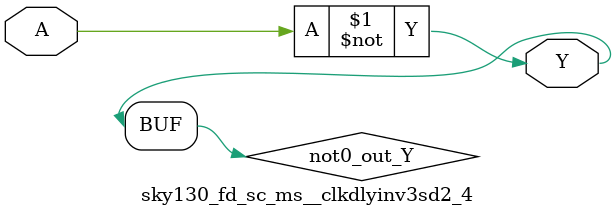
<source format=v>
module sky130_fd_sc_ms__clkdlyinv3sd2_4 (
    Y,
    A
);
    output Y;
    input  A;
    wire not0_out_Y;
    not not0 (not0_out_Y, A              );
    buf buf0 (Y         , not0_out_Y     );
endmodule
</source>
